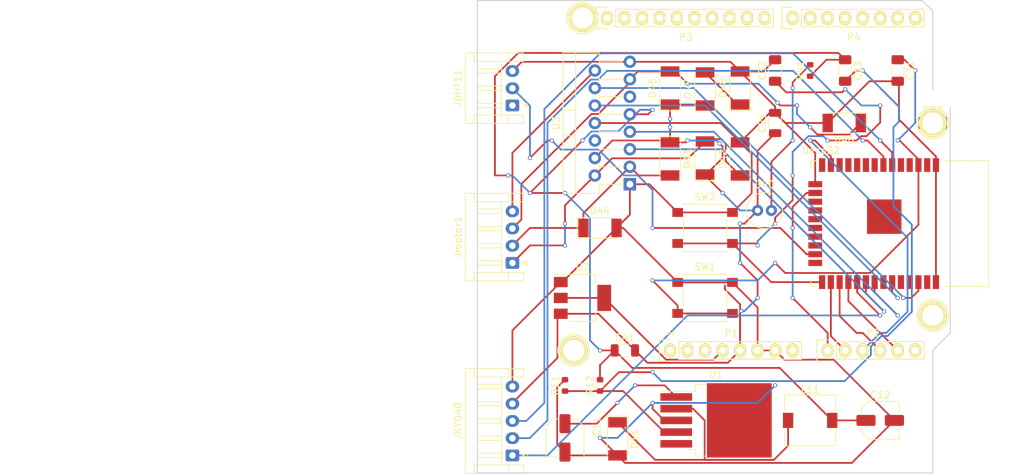
<source format=kicad_pcb>
(kicad_pcb (version 20211014) (generator pcbnew)
  (title_block (date "lun. 30 mars 2015"))
  (layers (0 "F.Cu" signal) (31 "B.Cu" signal) (34 "B.Paste" user) (35 "F.Paste" user) (36 "B.SilkS" user "B.Silkscreen") (37 "F.SilkS" user "F.Silkscreen") (38 "B.Mask" user) (39 "F.Mask" user) (44 "Edge.Cuts" user))
  (net 0 "")
  (net 1 "/IOREF")
  (net 2 "/Reset")
  (net 3 "24V")
  (net 4 "GND")
  (net 5 "/Vin")
  (net 6 "/AREF")
  (net 7 "/A5(SCL)")
  (net 8 "/9(**)")
  (net 9 "/8")
  (net 10 "/7")
  (net 11 "/6(**)")
  (net 12 "/5(**)")
  (net 13 "/4")
  (net 14 "/3(**)")
  (net 15 "/2")
  (net 16 "/1(Tx)")
  (net 17 "/0(Rx)")
  (net 18 "12V")
  (net 19 "Net-(C13-Pad2)")
  (net 20 "5V")
  (net 21 "3.3V")
  (net 22 "/13(SCK)")
  (net 23 "EN")
  (net 24 "IO0")
  (net 25 "Net-(D11-Pad1)")
  (net 26 "/12(MISO)")
  (net 27 "Net-(D40-Pad2)")
  (net 28 "Net-(D41-Pad2)")
  (net 29 "Net-(D43-Pad2)")
  (net 30 "Net-(D45-Pad2)")
  (net 31 "Net-(D47-Pad2)")
  (net 32 "VDD")
  (net 33 "DHT11conn")
  (net 34 "rst")
  (net 35 "cs")
  (net 36 "sck")
  (net 37 "mosi")
  (net 38 "dc")
  (net 39 "CLK")
  (net 40 "DT")
  (net 41 "SW")
  (net 43 "/11(**{slash}MOSI)")
  (net 44 "/10(**{slash}SS)")
  (net 50 "in1")
  (net 52 "in2")
  (net 53 "in3")
  (net 55 "in4")
  (net 56 "SENSOR_VP")
  (net 57 "SENSOR_VN")
  (net 58 "LCD_D0")
  (net 59 "LCD_D7")
  (net 60 "LCD_D5")
  (net 61 "LCD_D6")
  (net 62 "LCD_D2")
  (net 63 "LCD_D3")
  (net 66 "SCS")
  (net 67 "SCK")
  (net 68 "SD0")
  (net 69 "SD1")
  (net 70 "LCD_D1")
  (net 74 "LCD_D4")
  (footprint "Socket_Arduino_Uno:Socket_Strip_Arduino_1x08" (layer "F.Cu") (at 138.938 123.825)
    (fp_text reference "P1")
    (fp_text value "Power")
  )
  (footprint "Socket_Arduino_Uno:Socket_Strip_Arduino_1x06" (layer "F.Cu") (at 161.798 123.825)
    (fp_text reference "P2")
    (fp_text value "Analog")
  )
  (footprint "Socket_Arduino_Uno:Socket_Strip_Arduino_1x10" (layer "F.Cu") (at 129.794 75.565)
    (fp_text reference "P3")
    (fp_text value "Digital")
  )
  (footprint "Socket_Arduino_Uno:Socket_Strip_Arduino_1x08" (layer "F.Cu") (at 156.718 75.565)
    (fp_text reference "P4")
    (fp_text value "Digital")
  )
  (footprint "Socket_Arduino_Uno:Arduino_1pin" (layer "F.Cu") (at 124.968 123.825)
    (fp_text reference "P5" hide)
    (fp_text value "CONN_01X01" hide)
  )
  (footprint "Socket_Arduino_Uno:Arduino_1pin" (layer "F.Cu") (at 177.038 118.745)
    (fp_text reference "P6" hide)
    (fp_text value "CONN_01X01" hide)
  )
  (footprint "Socket_Arduino_Uno:Arduino_1pin" (layer "F.Cu") (at 126.238 75.565)
    (fp_text reference "P7" hide)
    (fp_text value "CONN_01X01" hide)
  )
  (footprint "Socket_Arduino_Uno:Arduino_1pin" (layer "F.Cu") (at 177.038 90.805)
    (fp_text reference "P8" hide)
    (fp_text value "CONN_01X01" hide)
  )
  (footprint "Connector_JST:JST_EH_S5B-EH_1x05_P2.50mm_Horizontal" (layer "F.Cu") (at 116.078 139.065 90)
    (fp_text reference "JKY040")
    (fp_text value "Conn_01x05")
  )
  (footprint "Package_TO_SOT_SMD:TO-263-5_TabPin3" (layer "F.Cu") (at 145.608 133.985)
    (fp_text reference "U1")
    (fp_text value "LM2596S-5")
  )
  (footprint "Resistor_SMD:R_0603_1608Metric" (layer "F.Cu") (at 159.258 83.185 90)
    (fp_text reference "R41")
    (fp_text value "10k")
  )
  (footprint "Capacitor_SMD:C_Elec_5x5.8" (layer "F.Cu") (at 123.698 136.525 -90)
    (fp_text reference "C11")
    (fp_text value "500uf")
  )
  (footprint "Resistor_SMD:R_0603_1608Metric" (layer "F.Cu") (at 128.778 128.905 90)
    (fp_text reference "R12")
    (fp_text value "1000")
  )
  (footprint "Connector_JST:JST_EH_S3B-EH_1x03_P2.50mm_Horizontal" (layer "F.Cu") (at 116.078 88.265 90)
    (fp_text reference "JDHT11")
    (fp_text value "Conn_01x03")
  )
  (footprint "Diode_SMD:D_MELF" (layer "F.Cu") (at 144.018 95.885 90)
    (fp_text reference "D41")
    (fp_text value "D")
  )
  (footprint "Diode_SMD:D_MELF" (layer "F.Cu") (at 144.018 85.865 90)
    (fp_text reference "D47")
    (fp_text value "D")
  )
  (footprint "Resistor_SMD:R_0603_1608Metric" (layer "F.Cu") (at 123.698 128.905 90)
    (fp_text reference "R11")
    (fp_text value "100")
  )
  (footprint "Capacitor_SMD:C_1206_3216Metric_Pad1.33x1.80mm_HandSolder" (layer "F.Cu") (at 171.958 83.185 -90)
    (fp_text reference "C31")
    (fp_text value "0.1uf")
  )
  (footprint "Package_TO_SOT_THT:TO-220-15_P2.54x2.54mm_StaggerOdd_Lead4.58mm_Vertical" (layer "F.Cu") (at 133.113 99.7 90)
    (fp_text reference "U3")
    (fp_text value "L298N")
  )
  (footprint "Capacitor_SMD:C_1206_3216Metric" (layer "F.Cu") (at 132.383 123.825)
    (fp_text reference "C41")
    (fp_text value "220uf")
  )
  (footprint "Capacitor_SMD:C_1206_3216Metric_Pad1.33x1.80mm_HandSolder" (layer "F.Cu") (at 164.338 83.185 -90)
    (fp_text reference "C13")
    (fp_text value "6nf")
  )
  (footprint "Capacitor_SMD:C_Elec_5x5.8" (layer "F.Cu") (at 169.418 133.985)
    (fp_text reference "C12")
    (fp_text value "500uf")
  )
  (footprint "Capacitor_SMD:C_1206_3216Metric" (layer "F.Cu") (at 154.178 90.805 90)
    (fp_text reference "C21")
    (fp_text value "22pf")
  )
  (footprint "RF_Module:ESP32-WROOM-32" (layer "F.Cu") (at 169.248 105.41 -90)
    (fp_text reference "Uesp32")
    (fp_text value "ESP32-WROOM-32")
  )
  (footprint "Diode_SMD:D_MELF" (layer "F.Cu") (at 164.198 90.805 180)
    (fp_text reference "D46")
    (fp_text value "D")
  )
  (footprint "Diode_SMD:D_MELF" (layer "F.Cu") (at 128.778 106.045)
    (fp_text reference "D44")
    (fp_text value "D")
  )
  (footprint "Diode_SMD:D_MELF" (layer "F.Cu") (at 149.098 85.725 90)
    (fp_text reference "D48")
    (fp_text value "D")
  )
  (footprint "Diode_SMD:D_MELF" (layer "F.Cu") (at 138.938 85.725 90)
    (fp_text reference "D45")
    (fp_text value "D")
  )
  (footprint "Capacitor_SMD:C_1206_3216Metric_Pad1.33x1.80mm_HandSolder" (layer "F.Cu") (at 154.178 83.185 90)
    (fp_text reference "C32")
    (fp_text value "0.1uf")
  )
  (footprint "Button_Switch_SMD:SW_SPST_B3S-1000" (layer "F.Cu") (at 144.018 106.045)
    (fp_text reference "SW2")
    (fp_text value "SW_Push")
  )
  (footprint "Diode_SMD:D_MELF" (layer "F.Cu") (at 138.938 96.025 -90)
    (fp_text reference "D43")
    (fp_text value "D")
  )
  (footprint "Connector_JST:JST_EH_S4B-EH_1x04_P2.50mm_Horizontal" (layer "F.Cu") (at 116.078 111.125 90)
    (fp_text reference "Jmotor1")
    (fp_text value "Conn_01x04")
  )
  (footprint "Inductor_SMD:L_7.3x7.3_H4.5" (layer "F.Cu") (at 159.258 133.985)
    (fp_text reference "L11")
    (fp_text value "L")
  )
  (footprint "Diode_SMD:D_MELF" (layer "F.Cu") (at 149.098 96.025 90)
    (fp_text reference "D42")
    (fp_text value "D")
  )
  (footprint "Package_TO_SOT_SMD:SOT-223-3_TabPin2" (layer "F.Cu") (at 126.238 116.205)
    (fp_text reference "U2")
    (fp_text value "AMS1117-3.3")
  )
  (footprint "Button_Switch_SMD:SW_SPST_B3S-1000" (layer "F.Cu") (at 144.018 116.205)
    (fp_text reference "SW1")
    (fp_text value "SW_Push")
  )
  (footprint "Diode_SMD:D_MELF" (layer "F.Cu") (at 131.318 136.665 -90)
    (fp_text reference "D11")
    (fp_text value "D")
  )
  (footprint "Capacitor_SMD:C_1206_3216Metric" (layer "F.Cu") (at 177.038 90.805)
    (fp_text reference "C22")
    (fp_text value "22pf")
  )
  (footprint "Capacitor_THT:C_Radial_D5.0mm_H11.0mm_P2.00mm" (layer "F.Cu") (at 151.638 103.505)
    (fp_text reference "D40")
    (fp_text value "D_SiPM")
  )
  (gr_line (start 171.958 88.509) (end 169.418 85.969) (layer "Edge.Cuts") (width 0.15))
  (gr_line (start 177.038 141.605) (end 177.038 123.825) (layer "Edge.Cuts") (width 0.15))
  (gr_line (start 177.038 74.549) (end 175.514 73.025) (layer "Edge.Cuts") (width 0.15))
  (gr_line (start 177.038 123.825) (end 179.578 121.285) (layer "Edge.Cuts") (width 0.15))
  (gr_line (start 110.998 73.025) (end 110.998 141.605) (layer "Edge.Cuts") (width 0.15))
  (gr_line (start 179.578 121.285) (end 179.578 88.519) (layer "Edge.Cuts") (width 0.15))
  (gr_line (start 110.998 141.605) (end 177.038 141.605) (layer "Edge.Cuts") (width 0.15))
  (gr_line (start 175.514 73.025) (end 110.998 73.025) (layer "Edge.Cuts") (width 0.15))
  (gr_line (start 177.038 85.979) (end 177.038 74.549) (layer "Edge.Cuts") (width 0.15))
  (gr_text "1" (at 138.938 121.285 90) (layer "F.SilkS") (effects (font (size 1 1))))
  (segment (start 139.833 130.585) (end 138.153 128.905) (width 0.25) (layer "F.Cu") (net 3))
  (segment (start 131.318 131.445) (end 128.3005 134.4625) (width 0.25) (layer "F.Cu") (net 3))
  (segment (start 136.398 128.905) (end 133.858 128.905) (width 0.25) (layer "F.Cu") (net 3))
  (segment (start 128.3005 134.4625) (end 123.698 134.4625) (width 0.25) (layer "F.Cu") (net 3))
  (segment (start 138.153 128.905) (end 136.398 128.905) (width 0.25) (layer "F.Cu") (net 3))
  (via (at 131.318 131.445) (size 0.6) (drill 0.4) (layers "F.Cu" "B.Cu") (net 3))
  (via (at 133.858 128.905) (size 0.6) (drill 0.4) (layers "F.Cu" "B.Cu") (net 3))
  (segment (start 133.858 128.905) (end 131.318 131.445) (width 0.25) (layer "B.Cu") (net 3))
  (segment (start 155.51852 125.16552) (end 154.178 123.825) (width 0.25) (layer "F.Cu") (net 4))
  (segment (start 123.698 128.08) (end 122.57348 129.20452) (width 0.25) (layer "F.Cu") (net 4))
  (segment (start 123.698 138.5875) (end 124.1755 139.065) (width 0.25) (layer "F.Cu") (net 4))
  (segment (start 116.078 120.915) (end 123.088 113.905) (width 0.25) (layer "F.Cu") (net 4))
  (segment (start 171.958 84.7475) (end 167.8555 84.7475) (width 0.25) (layer "F.Cu") (net 4))
  (segment (start 132.412031 140.159031) (end 165.306469 140.159031) (width 0.25) (layer "F.Cu") (net 4))
  (segment (start 154.178 128.905) (end 149.098 133.985) (width 0.25) (layer "F.Cu") (net 4))
  (segment (start 177.503 96.91) (end 177.503 95.66) (width 0.25) (layer "F.Cu") (net 4))
  (segment (start 149.098 93.625) (end 153.393 89.33) (width 0.25) (layer "F.Cu") (net 4))
  (segment (start 132.133 106.045) (end 131.178 106.045) (width 0.25) (layer "F.Cu") (net 4))
  (segment (start 149.098 133.985) (end 148.983 133.985) (width 0.25) (layer "F.Cu") (net 4))
  (segment (start 131.318 139.065) (end 132.412031 140.159031) (width 0.25) (layer "F.Cu") (net 4))
  (segment (start 150.772511 101.015489) (end 150.772511 95.299511) (width 0.25) (layer "F.Cu") (net 4))
  (segment (start 151.638 123.825) (end 154.178 123.825) (width 0.25) (layer "F.Cu") (net 4))
  (segment (start 162.66102 125.16552) (end 155.51852 125.16552) (width 0.25) (layer "F.Cu") (net 4))
  (segment (start 123.088 113.905) (end 123.318 113.905) (width 0.25) (layer "F.Cu") (net 4))
  (segment (start 133.113 99.7) (end 135.948 99.7) (width 0.25) (layer "F.Cu") (net 4))
  (segment (start 123.318 113.905) (end 131.178 106.045) (width 0.25) (layer "F.Cu") (net 4))
  (segment (start 122.57348 129.20452) (end 122.57348 137.46298) (width 0.25) (layer "F.Cu") (net 4))
  (segment (start 151.638 123.825) (end 151.638 117.6) (width 0.25) (layer "F.Cu") (net 4))
  (segment (start 147.993 103.795) (end 150.772511 101.015489) (width 0.25) (layer "F.Cu") (net 4))
  (segment (start 152.4755 83.325) (end 154.178 81.6225) (width 0.25) (layer "F.Cu") (net 4))
  (segment (start 150.772511 95.299511) (end 149.098 93.625) (width 0.25) (layer "F.Cu") (net 4))
  (segment (start 138.083 133.985) (end 136.398 132.3) (width 0.25) (layer "F.Cu") (net 4))
  (segment (start 147.693 81.92) (end 149.098 83.325) (width 0.25) (layer "F.Cu") (net 4))
  (segment (start 136.398 132.3) (end 136.398 131.445) (width 0.25) (layer "F.Cu") (net 4))
  (segment (start 167.8555 84.7475) (end 161.798 90.805) (width 0.25) (layer "F.Cu") (net 4))
  (segment (start 116.078 83.265) (end 117.423 81.92) (width 0.25) (layer "F.Cu") (net 4))
  (segment (start 149.098 83.325) (end 152.4755 83.325) (width 0.25) (layer "F.Cu") (net 4))
  (segment (start 159.993 95.145) (end 154.178 89.33) (width 0.25) (layer "F.Cu") (net 4))
  (segment (start 140.043 103.795) (end 147.993 103.795) (width 0.25) (layer "F.Cu") (net 4))
  (segment (start 122.57348 137.46298) (end 123.698 138.5875) (width 0.25) (layer "F.Cu") (net 4))
  (segment (start 171.4805 133.985) (end 162.66102 125.16552) (width 0.25) (layer "F.Cu") (net 4))
  (segment (start 146.283 90.81) (end 149.098 93.625) (width 0.25) (layer "F.Cu") (net 4))
  (segment (start 139.833 133.985) (end 138.083 133.985) (width 0.25) (layer "F.Cu") (net 4))
  (segment (start 133.113 81.92) (end 147.693 81.92) (width 0.25) (layer "F.Cu") (net 4))
  (segment (start 128.778 136.525) (end 131.318 139.065) (width 0.25) (layer "F.Cu") (net 4))
  (segment (start 151.638 117.6) (end 147.993 113.955) (width 0.25) (layer "F.Cu") (net 4))
  (segment (start 133.113 104.11) (end 131.178 106.045) (width 0.25) (layer "F.Cu") (net 4))
  (segment (start 172.132519 84.922019) (end 171.958 84.7475) (width 0.25) (layer "F.Cu") (net 4))
  (segment (start 116.078 129.065) (end 116.078 120.915) (width 0.25) (layer "F.Cu") (net 4))
  (segment (start 154.178 89.33) (end 154.178 88.405) (width 0.25) (layer "F.Cu") (net 4))
  (segment (start 165.306469 140.159031) (end 171.4805 133.985) (width 0.25) (layer "F.Cu") (net 4))
  (segment (start 153.393 89.33) (end 154.178 89.33) (width 0.25) (layer "F.Cu") (net 4))
  (segment (start 140.043 113.955) (end 132.133 106.045) (width 0.25) (layer "F.Cu") (net 4))
  (segment (start 133.113 99.7) (end 133.113 104.11) (width 0.25) (layer "F.Cu") (net 4))
  (segment (start 172.132519 90.289519) (end 172.132519 84.922019) (width 0.25) (layer "F.Cu") (net 4))
  (segment (start 135.948 99.7) (end 140.043 103.795) (width 0.25) (layer "F.Cu") (net 4))
  (segment (start 177.503 95.66) (end 172.132519 90.289519) (width 0.25) (layer "F.Cu") (net 4))
  (segment (start 154.178 88.405) (end 149.098 83.325) (width 0.25) (layer "F.Cu") (net 4))
  (segment (start 177.503 113.91) (end 177.503 96.91) (width 0.25) (layer "F.Cu") (net 4))
  (segment (start 128.033 90.81) (end 146.283 90.81) (width 0.25) (layer "F.Cu") (net 4))
  (segment (start 124.1755 139.065) (end 131.318 139.065) (width 0.25) (layer "F.Cu") (net 4))
  (segment (start 117.423 81.92) (end 133.113 81.92) (width 0.25) (layer "F.Cu") (net 4))
  (segment (start 140.043 113.955) (end 147.993 113.955) (width 0.25) (layer "F.Cu") (net 4))
  (segment (start 155.653 90.805) (end 154.178 89.33) (width 0.25) (layer "F.Cu") (net 4))
  (segment (start 159.993 99.695) (end 159.993 95.145) (width 0.25) (layer "F.Cu") (net 4))
  (segment (start 161.798 90.805) (end 155.653 90.805) (width 0.25) (layer "F.Cu") (net 4))
  (via (at 128.778 136.525) (size 0.6) (drill 0.4) (layers "F.Cu" "B.Cu") (net 4))
  (via (at 136.398 131.445) (size 0.6) (drill 0.4) (layers "F.Cu" "B.Cu") (net 4))
  (via (at 154.178 128.905) (size 0.6) (drill 0.4) (layers "F.Cu" "B.Cu") (net 4))
  (segment (start 136.398 131.445) (end 151.638 131.445) (width 0.25) (layer "B.Cu") (net 4))
  (segment (start 151.638 131.445) (end 154.178 128.905) (width 0.25) (layer "B.Cu") (net 4))
  (segment (start 136.398 131.445) (end 131.318 136.525) (width 0.25) (layer "B.Cu") (net 4))
  (segment (start 131.318 136.525) (end 128.778 136.525) (width 0.25) (layer "B.Cu") (net 4))
  (segment (start 136.398 88.8945) (end 135.7525 89.54) (width 0.25) (layer "F.Cu") (net 18))
  (segment (start 113.538 98.425) (end 115.4535 98.425) (width 0.25) (layer "F.Cu") (net 18))
  (segment (start 167.3555 133.985) (end 162.458 133.985) (width 0.25) (layer "F.Cu") (net 18))
  (segment (start 128.778 125.955) (end 130.908 123.825) (width 0.25) (layer "F.Cu") (net 18))
  (segment (start 161.6455 81.6225) (end 159.258 84.01) (width 0.25) (layer "F.Cu") (net 18))
  (segment (start 163.35098 80.63548) (end 116.921498 80.63548) (width 0.25) (layer "F.Cu") (net 18))
  (segment (start 130.908 123.825) (end 133.448 126.365) (width 0.25) (layer "F.Cu") (net 18))
  (segment (start 118.618 100.965) (end 126.238 93.345) (width 0.25) (layer "F.Cu") (net 18))
  (segment (start 116.921498 80.63548) (end 113.538 84.018978) (width 0.25) (layer "F.Cu") (net 18))
  (segment (start 113.538 84.018978) (end 113.538 98.425) (width 0.25) (layer "F.Cu") (net 18))
  (segment (start 118.618 100.965) (end 123.698 100.965) (width 0.25) (layer "F.Cu") (net 18))
  (segment (start 128.778 128.08) (end 128.778 125.955) (width 0.25) (layer "F.Cu") (net 18))
  (segment (start 133.448 126.365) (end 154.838 126.365) (width 0.25) (layer "F.Cu") (net 18))
  (segment (start 164.338 81.6225) (end 161.6455 81.6225) (width 0.25) (layer "F.Cu") (net 18))
  (segment (start 164.338 81.6225) (end 163.35098 80.63548) (width 0.25) (layer "F.Cu") (net 18))
  (segment (start 154.838 126.365) (end 162.458 133.985) (width 0.25) (layer "F.Cu") (net 18))
  (segment (start 135.7525 89.54) (end 133.113 89.54) (width 0.25) (layer "F.Cu") (net 18))
  (segment (start 128.778 123.825) (end 130.908 123.825) (width 0.25) (layer "F.Cu") (net 18))
  (via (at 126.238 93.345) (size 0.6) (drill 0.4) (layers "F.Cu" "B.Cu") (net 18))
  (via (at 128.778 123.825) (size 0.6) (drill 0.4) (layers "F.Cu" "B.Cu") (net 18))
  (via (at 115.4535 98.425) (size 0.6) (drill 0.4) (layers "F.Cu" "B.Cu") (net 18))
  (via (at 118.618 100.965) (size 0.6) (drill 0.4) (layers "F.Cu" "B.Cu") (net 18))
  (via (at 136.398 88.8945) (size 0.6) (drill 0.4) (layers "F.Cu" "B.Cu") (net 18))
  (via (at 123.698 100.965) (size 0.6) (drill 0.4) (layers "F.Cu" "B.Cu") (net 18))
  (segment (start 127.548489 92.034511) (end 131.426768 92.034511) (width 0.25) (layer "B.Cu") (net 18))
  (segment (start 116.078 98.425) (end 118.618 100.965) (width 0.25) (layer "B.Cu") (net 18))
  (segment (start 134.566779 88.8945) (end 136.398 88.8945) (width 0.25) (layer "B.Cu") (net 18))
  (segment (start 127.324511 122.371511) (end 128.778 123.825) (width 0.25) (layer "B.Cu") (net 18))
  (segment (start 123.698 100.965) (end 127.324511 104.591511) (width 0.25) (layer "B.Cu") (net 18))
  (segment (start 126.238 93.345) (end 127.548489 92.034511) (width 0.25) (layer "B.Cu") (net 18))
  (segment (start 127.324511 104.591511) (end 127.324511 122.371511) (width 0.25) (layer "B.Cu") (net 18))
  (segment (start 115.4535 98.425) (end 116.078 98.425) (width 0.25) (layer "B.Cu") (net 18))
  (segment (start 131.426768 92.034511) (end 134.566779 88.8945) (width 0.25) (layer "B.Cu") (net 18))
  (segment (start 139.833 135.685) (end 138.083 135.685) (width 0.25) (layer "F.Cu") (net 19))
  (segment (start 128.778 129.73) (end 123.698 129.73) (width 0.25) (layer "F.Cu") (net 19))
  (segment (start 131.5185 126.9895) (end 128.778 129.73) (width 0.25) (layer "F.Cu") (net 19))
  (segment (start 138.083 135.685) (end 132.128 129.73) (width 0.25) (layer "F.Cu") (net 19))
  (segment (start 136.398198 126.9895) (end 131.5185 126.9895) (width 0.25) (layer "F.Cu") (net 19))
  (segment (start 132.128 129.73) (end 128.778 129.73) (width 0.25) (layer "F.Cu") (net 19))
  (segment (start 165.9005 83.185) (end 166.878 83.185) (width 0.25) (layer "F.Cu") (net 19))
  (segment (start 164.338 84.7475) (end 165.9005 83.185) (width 0.25) (layer "F.Cu") (net 19))
  (via (at 136.398198 126.9895) (size 0.6) (drill 0.4) (layers "F.Cu" "B.Cu") (net 19))
  (via (at 166.878 83.185) (size 0.6) (drill 0.4) (layers "F.Cu" "B.Cu") (net 19))
  (segment (start 137.689187 128.280489) (end 136.398198 126.9895) (width 0.25) (layer "B.Cu") (net 19))
  (segment (start 166.880808 83.185) (end 172.132519 88.436711) (width 0.25) (layer "B.Cu") (net 19))
  (segment (start 168.06612 124.469535) (end 164.255166 128.280489) (width 0.25) (layer "B.Cu") (net 19))
  (segment (start 174.005865 105.552865) (end 174.005865 118.216045) (width 0.25) (layer "B.Cu") (net 19))
  (segment (start 170.48739 121.73452) (end 169.604198 121.73452) (width 0.25) (layer "B.Cu") (net 19))
  (segment (start 164.255166 128.280489) (end 137.689187 128.280489) (width 0.25) (layer "B.Cu") (net 19))
  (segment (start 172.132519 88.436711) (end 172.132519 90.630481) (width 0.25) (layer "B.Cu") (net 19))
  (segment (start 171.333489 91.429511) (end 171.333489 102.880489) (width 0.25) (layer "B.Cu") (net 19))
  (segment (start 168.06612 123.272598) (end 168.06612 124.469535) (width 0.25) (layer "B.Cu") (net 19))
  (segment (start 174.005865 118.216045) (end 170.48739 121.73452) (width 0.25) (layer "B.Cu") (net 19))
  (segment (start 169.604198 121.73452) (end 168.06612 123.272598) (width 0.25) (layer "B.Cu") (net 19))
  (segment (start 172.132519 90.630481) (end 171.333489 91.429511) (width 0.25) (layer "B.Cu") (net 19))
  (segment (start 171.333489 102.880489) (end 174.005865 105.552865) (width 0.25) (layer "B.Cu") (net 19))
  (segment (start 166.878 83.185) (end 166.880808 83.185) (width 0.25) (layer "B.Cu") (net 19))
  (segment (start 122.611489 118.981511) (end 122.611489 124.911511) (width 0.25) (layer "F.Cu") (net 20))
  (segment (start 128.538 118.505) (end 123.088 118.505) (width 0.25) (layer "F.Cu") (net 20))
  (segment (start 149.098 111.125) (end 151.638 113.665) (width 0.25) (layer "F.Cu") (net 20))
  (segment (start 144.158 98.285) (end 144.018 98.285) (width 0.25) (layer "F.Cu") (net 20))
  (segment (start 146.116411 93.786589) (end 146.558 94.228178) (width 0.25) (layer "F.Cu") (net 20))
  (segment (start 141.198 93.625) (end 141.478 93.345) (width 0.25) (layer "F.Cu") (net 20))
  (segment (start 133.858 123.825) (end 128.538 118.505) (width 0.25) (layer "F.Cu") (net 20))
  (segment (start 146.558 100.965) (end 144.018 98.425) (width 0.25) (layer "F.Cu") (net 20))
  (segment (start 149.098 123.825) (end 149.098 117.134022) (width 0.25) (layer "F.Cu") (net 20))
  (segment (start 130.578 93.345) (end 138.658 93.345) (width 0.25) (layer "F.Cu") (net 20))
  (segment (start 122.611489 124.911511) (end 116.078 131.445) (width 0.25) (layer "F.Cu") (net 20))
  (segment (start 138.658 93.345) (end 138.938 93.625) (width 0.25) (layer "F.Cu") (net 20))
  (segment (start 143.878 88.125) (end 144.018 88.265) (width 0.25) (layer "F.Cu") (net 20))
  (segment (start 146.893489 114.929511) (end 146.893489 114.40452) (width 0.25) (layer "F.Cu") (net 20))
  (segment (start 147.30796 125.61504) (end 149.098 123.825) (width 0.25) (layer "F.Cu") (net 20))
  (segment (start 123.088 118.505) (end 122.611489 118.981511) (width 0.25) (layer "F.Cu") (net 20))
  (segment (start 149.098 118.290002) (end 149.098 123.825) (width 0.25) (layer "F.Cu") (net 20))
  (segment (start 128.033 95.89) (end 130.578 93.345) (width 0.25) (layer "F.Cu") (net 20))
  (segment (start 144.018 98.425) (end 144.018 98.285) (width 0.25) (layer "F.Cu") (net 20))
  (segment (start 135.64804 125.61504) (end 147.30796 125.61504) (width 0.25) (layer "F.Cu") (net 20))
  (segment (start 133.858 123.825) (end 135.64804 125.61504) (width 0.25) (layer "F.Cu") (net 20))
  (segment (start 146.558 94.228178) (end 146.558 95.885) (width 0.25) (layer "F.Cu") (net 20))
  (segment (start 149.7225 105.4205) (end 149.098 105.4205) (width 0.25) (layer "F.Cu") (net 20))
  (segment (start 138.938 93.625) (end 141.198 93.625) (width 0.25) (layer "F.Cu") (net 20))
  (segment (start 151.638 94.82) (end 151.638 103.505) (width 0.25) (layer "F.Cu") (net 20))
  (segment (start 146.558 95.885) (end 144.158 98.285) (width 0.25) (layer "F.Cu") (net 20))
  (segment (start 138.938 88.125) (end 143.878 88.125) (width 0.25) (layer "F.Cu") (net 20))
  (segment (start 154.178 92.28) (end 151.638 94.82) (width 0.25) (layer "F.Cu") (net 20))
  (segment (start 138.938 90.1855) (end 138.938 88.125) (width 0.25) (layer "F.Cu") (net 20))
  (segment (start 149.098 117.134022) (end 146.893489 114.929511) (width 0.25) (layer "F.Cu") (net 20))
  (segment (start 151.638 113.665) (end 151.638 116.205) (width 0.25) (layer "F.Cu") (net 20))
  (segment (start 138.938 93.625) (end 138.938 91.4345) (width 0.25) (layer "F.Cu") (net 20))
  (segment (start 149.267502 118.1205) (end 149.098 118.290002) (width 0.25) (layer "F.Cu") (net 20))
  (segment (start 151.638 103.505) (end 149.7225 105.4205) (width 0.25) (layer "F.Cu") (net 20))
  (via (at 149.098 111.125) (size 0.6) (drill 0.4) (layers "F.Cu" "B.Cu") (net 20))
  (via (at 146.558 100.965) (size 0.6) (drill 0.4) (layers "F.Cu" "B.Cu") (net 20))
  (via (at 151.638 116.205) (size 0.6) (drill 0.4) (layers "F.Cu" "B.Cu") (net 20))
  (via (at 149.267502 118.1205) (size 0.6) (drill 0.4) (layers "F.Cu" "B.Cu") (net 20))
  (via (at 138.938 90.1855) (size 0.6) (drill 0.4) (layers "F.Cu" "B.Cu") (net 20))
  (via (at 146.116411 93.786589) (size 0.6) (drill 0.4) (layers "F.Cu" "B.Cu") (net 20))
  (via (at 149.098 105.4205) (size 0.6) (drill 0.4) (layers "F.Cu" "B.Cu") (net 20))
  (via (at 138.938 91.4345) (size 0.6) (drill 0.4) (layers "F.Cu" "B.Cu") (net 20))
  (via (at 141.478 93.345) (size 0.6) (drill 0.4) (layers "F.Cu" "B.Cu") (net 20))
  (segment (start 149.7225 118.1205) (end 149.267502 118.1205) (width 0.25) (layer "B.Cu") (net 20))
  (segment (start 151.638 103.505) (end 149.098 103.505) (width 0.25) (layer "B.Cu") (net 20))
  (segment (start 149.098 105.4205) (end 149.098 111.125) (width 0.25) (layer "B.Cu") (net 20))
  (segment (start 145.674822 93.345) (end 146.116411 93.786589) (width 0.25) (layer "B.Cu") (net 20))
  (segment (start 151.638 116.205) (end 149.7225 118.1205) (width 0.25) (layer "B.Cu") (net 20))
  (segment (start 141.478 93.345) (end 145.674822 93.345) (width 0.25) (layer "B.Cu") (net 20))
  (segment (start 149.098 103.505) (end 146.558 100.965) (width 0.25) (layer "B.Cu") (net 20))
  (segment (start 138.938 91.4345) (end 138.938 90.1855) (width 0.25) (layer "B.Cu") (net 20))
  (segment (start 138.34852 125.16552) (end 145.21748 125.16552) (width 0.25) (layer "F.Cu") (net 21))
  (segment (start 145.21748 125.16552) (end 146.558 123.825) (width 0.25) (layer "F.Cu") (net 21))
  (segment (start 129.388 116.205) (end 138.34852 125.16552) (width 0.25) (layer "F.Cu") (net 21))
  (segment (start 123.088 116.205) (end 129.388 116.205) (width 0.25) (layer "F.Cu") (net 21))
  (segment (start 140.043 117.31) (end 136.398 113.665) (width 0.25) (layer "F.Cu") (net 23))
  (segment (start 155.638489 112.585489) (end 167.957511 112.585489) (width 0.25) (layer "F.Cu") (net 23))
  (segment (start 140.043 118.455) (end 140.043 117.31) (width 0.25) (layer "F.Cu") (net 23))
  (segment (start 171.958 81.6225) (end 172.9355 81.6225) (width 0.25) (layer "F.Cu") (net 23))
  (segment (start 174.963 96.080978) (end 174.963 96.91) (width 0.25) (layer "F.Cu") (net 23))
  (segment (start 174.963 105.58) (end 174.963 96.91) (width 0.25) (layer "F.Cu") (net 23))
  (segment (start 167.957511 112.585489) (end 174.963 105.58) (width 0.25) (layer "F.Cu") (net 23))
  (segment (start 147.993 118.455) (end 140.043 118.455) (width 0.25) (layer "F.Cu") (net 23))
  (segment (start 154.178 111.125) (end 155.638489 112.585489) (width 0.25) (layer "F.Cu") (net 23))
  (segment (start 172.227022 93.345) (end 174.963 96.080978) (width 0.25) (layer "F.Cu") (net 23))
  (segment (start 171.958 93.345) (end 172.227022 93.345) (width 0.25) (layer "F.Cu") (net 23))
  (segment (start 172.9355 81.6225) (end 174.498 83.185) (width 0.25) (layer "F.Cu") (net 23))
  (via (at 154.178 111.125) (size 0.6) (drill 0.4) (layers "F.Cu" "B.Cu") (net 23))
  (via (at 171.958 93.345) (size 0.6) (drill 0.4) (layers "F.Cu" "B.Cu") (net 23))
  (via (at 174.498 83.185) (size 0.6) (drill 0.4) (layers "F.Cu" "B.Cu") (net 23))
  (via (at 136.398 113.665) (size 0.6) (drill 0.4) (layers "F.Cu" "B.Cu") (net 23))
  (segment (start 174.498 90.805) (end 171.958 93.345) (width 0.25) (layer "B.Cu") (net 23))
  (segment (start 174.498 83.185) (end 174.498 90.805) (width 0.25) (layer "B.Cu") (net 23))
  (segment (start 136.398 113.665) (end 151.638 113.665) (width 0.25) (layer "B.Cu") (net 23))
  (segment (start 151.638 113.665) (end 154.178 111.125) (width 0.25) (layer "B.Cu") (net 23))
  (segment (start 169.418 88.265) (end 169.418 90.734022) (width 0.25) (layer "F.Cu") (net 24))
  (segment (start 155.780011 86.349511) (end 163.897989 86.349511) (width 0.25) (layer "F.Cu") (net 24))
  (segment (start 166.619318 92.720489) (end 165.994807 93.345) (width 0.25) (layer "F.Cu") (net 24))
  (segment (start 156.718 98.425) (end 156.718 102.0153) (width 0.25) (layer "F.Cu") (net 24))
  (segment (start 151.638 108.585) (end 151.348 108.295) (width 0.25) (layer "F.Cu") (net 24))
  (segment (start 151.348 108.295) (end 147.993 108.295) (width 0.25) (layer "F.Cu") (net 24))
  (segment (start 169.418 90.734022) (end 167.431533 92.720489) (width 0.25) (layer "F.Cu") (net 24))
  (segment (start 165.994807 93.345) (end 161.798 93.345) (width 0.25) (layer "F.Cu") (net 24))
  (segment (start 147.993 108.295) (end 153.608 113.91) (width 0.25) (layer "F.Cu") (net 24))
  (segment (start 153.608 113.91) (end 160.993 113.91) (width 0.25) (layer "F.Cu") (net 24))
  (segment (start 163.897989 86.349511) (end 164.338 85.9095) (width 0.25) (layer "F.Cu") (net 24))
  (segment (start 167.431533 92.720489) (end 166.619318 92.720489) (width 0.25) (layer "F.Cu") (net 24))
  (segment (start 154.178 84.7475) (end 155.780011 86.349511) (width 0.25) (layer "F.Cu") (net 24))
  (segment (start 140.043 108.295) (end 147.993 108.295) (width 0.25) (layer "F.Cu") (net 24))
  (segment (start 154.178 104.5553) (end 154.178 105.4205) (width 0.25) (layer "F.Cu") (net 24))
  (segment (start 156.718 102.0153) (end 154.178 104.5553) (width 0.25) (layer "F.Cu") (net 24))
  (via (at 154.178 105.4205) (size 0.6) (drill 0.4) (layers "F.Cu" "B.Cu") (net 24))
  (via (at 156.718 98.425) (size 0.6) (drill 0.4) (layers "F.Cu" "B.Cu") (net 24))
  (via (at 151.638 108.585) (size 0.6) (drill 0.4) (layers "F.Cu" "B.Cu") (net 24))
  (via (at 169.418 88.265) (size 0.6) (drill 0.4) (layers "F.Cu" "B.Cu") (net 24))
  (via (at 164.338 85.9095) (size 0.6) (drill 0.4) (layers "F.Cu" "B.Cu") (net 24))
  (via (at 161.798 93.345) (size 0.6) (drill 0.4) (layers "F.Cu" "B.Cu") (net 24))
  (segment (start 164.338 85.9095) (end 166.6935 88.265) (width 0.25) (layer "B.Cu") (net 24))
  (segment (start 156.718 95.001807) (end 156.718 98.425) (width 0.25) (layer "B.Cu") (net 24))
  (segment (start 166.6935 88.265) (end 169.418 88.265) (width 0.25) (layer "B.Cu") (net 24))
  (segment (start 158.999318 92.720489) (end 156.718 95.001807) (width 0.25) (layer "B.Cu") (net 24))
  (segment (start 161.173489 92.720489) (end 158.999318 92.720489) (width 0.25) (layer "B.Cu") (net 24))
  (segment (start 161.798 93.345) (end 161.173489 92.720489) (width 0.25) (layer "B.Cu") (net 24))
  (segment (start 154.178 105.4205) (end 151.638 107.9605) (width 0.25) (layer "B.Cu") (net 24))
  (segment (start 151.638 107.9605) (end 151.638 108.585) (width 0.25) (layer "B.Cu") (net 24))
  (segment (start 142.258489 132.285) (end 139.833 132.285) (width 0.25) (layer "F.Cu") (net 25))
  (segment (start 143.958489 139.709511) (end 143.958489 133.985) (width 0.25) (layer "F.Cu") (net 25))
  (segment (start 154.007511 139.709511) (end 143.958489 139.709511) (width 0.25) (layer "F.Cu") (net 25))
  (segment (start 156.058 133.985) (end 156.058 137.659022) (width 0.25) (layer "F.Cu") (net 25))
  (segment (start 143.958489 133.985) (end 142.258489 132.285) (width 0.25) (layer "F.Cu") (net 25))
  (segment (start 136.762511 139.709511) (end 154.007511 139.709511) (width 0.25) (layer "F.Cu") (net 25))
  (segment (start 131.318 134.265) (end 136.762511 139.709511) (width 0.25) (layer "F.Cu") (net 25))
  (segment (start 156.058 137.659022) (end 154.007511 139.709511) (width 0.25) (layer "F.Cu") (net 25))
  (segment (start 153.638 96.425) (end 153.638 103.505) (width 0.25) (layer "F.Cu") (net 27))
  (segment (start 159.258 82.36) (end 156.718 84.9) (width 0.25) (layer "F.Cu") (net 27))
  (segment (start 156.718 84.9) (end 156.718 85.725) (width 0.25) (layer "F.Cu") (net 27))
  (segment (start 156.718 93.345) (end 153.638 96.425) (width 0.25) (layer "F.Cu") (net 27))
  (via (at 156.718 93.345) (size 0.6) (drill 0.4) (layers "F.Cu" "B.Cu") (net 27))
  (via (at 156.718 85.725) (size 0.6) (drill 0.4) (layers "F.Cu" "B.Cu") (net 27))
  (segment (start 156.718 85.725) (end 156.718 93.345) (width 0.25) (layer "B.Cu") (net 27))
  (segment (start 149.098 98.425) (end 147.00752 96.33452) (width 0.25) (layer "F.Cu") (net 28))
  (segment (start 123.698 103.505) (end 123.698 105.4205) (width 0.25) (layer "F.Cu") (net 28))
  (segment (start 141.567511 95.935489) (end 144.018 93.485) (width 0.25) (layer "F.Cu") (net 28))
  (segment (start 128.033 98.43) (end 123.698 102.765) (width 0.25) (layer "F.Cu") (net 28))
  (segment (start 147.00752 96.33452) (end 147.00752 93.794505) (width 0.25) (layer "F.Cu") (net 28))
  (segment (start 123.698 108.585) (end 118.618 108.585) (width 0.25) (layer "F.Cu") (net 28))
  (segment (start 128.033 98.43) (end 130.527511 95.935489) (width 0.25) (layer "F.Cu") (net 28))
  (segment (start 130.527511 95.935489) (end 141.567511 95.935489) (width 0.25) (layer "F.Cu") (net 28))
  (segment (start 146.375093 93.162078) (end 144.340922 93.162078) (width 0.25) (layer "F.Cu") (net 28))
  (segment (start 118.618 108.585) (end 116.078 111.125) (width 0.25) (layer "F.Cu") (net 28))
  (segment (start 123.698 102.765) (end 123.698 103.505) (width 0.25) (layer "F.Cu") (net 28))
  (segment (start 144.340922 93.162078) (end 144.018 93.485) (width 0.25) (layer "F.Cu") (net 28))
  (segment (start 147.00752 93.794505) (end 146.375093 93.162078) (width 0.25) (layer "F.Cu") (net 28))
  (via (at 123.698 105.4205) (size 0.6) (drill 0.4) (layers "F.Cu" "B.Cu") (net 28))
  (via (at 123.698 108.585) (size 0.6) (drill 0.4) (layers "F.Cu" "B.Cu") (net 28))
  (segment (start 123.698 105.4205) (end 123.698 108.585) (width 0.25) (layer "B.Cu") (net 28))
  (segment (start 133.113 97.16) (end 126.378 103.895) (width 0.25) (layer "F.Cu") (net 29))
  (segment (start 118.618 106.045) (end 116.078 108.585) (width 0.25) (layer "F.Cu") (net 29))
  (segment (start 133.113 97.16) (end 134.378 98.425) (width 0.25) (layer "F.Cu") (net 29))
  (segment (start 134.378 98.425) (end 138.938 98.425) (width 0.25) (layer "F.Cu") (net 29))
  (segment (start 126.378 106.045) (end 118.618 106.045) (width 0.25) (layer "F.Cu") (net 29))
  (segment (start 126.378 103.895) (end 126.378 106.045) (width 0.25) (layer "F.Cu") (net 29))
  (segment (start 166.598 90.805) (end 164.923489 92.479511) (width 0.25) (layer "F.Cu") (net 30))
  (segment (start 133.113 84.46) (end 134.248 83.325) (width 0.25) (layer "F.Cu") (net 30))
  (segment (start 128.54021 89.494511) (end 133.113 84.921721) (width 0.25) (layer "F.Cu") (net 30))
  (segment (start 127.548489 89.494511) (end 128.54021 89.494511) (width 0.25) (layer "F.Cu") (net 30))
  (segment (start 157.3425 88.265) (end 154.921177 88.265) (width 0.25) (layer "F.Cu") (net 30))
  (segment (start 160.308011 92.479511) (end 159.258 91.4295) (width 0.25) (layer "F.Cu") (net 30))
  (segment (start 141.478 85.1055) (end 139.6975 83.325) (width 0.25) (layer "F.Cu") (net 30))
  (segment (start 164.923489 92.479511) (end 160.308011 92.479511) (width 0.25) (layer "F.Cu") (net 30))
  (segment (start 133.113 84.921721) (end 133.113 84.46) (width 0.25) (layer "F.Cu") (net 30))
  (segment (start 139.6975 83.325) (end 138.938 83.325) (width 0.25) (layer "F.Cu") (net 30))
  (segment (start 117.37752 104.82548) (end 117.37752 99.66548) (width 0.25) (layer "F.Cu") (net 30))
  (segment (start 154.921177 88.265) (end 154.524615 87.868438) (width 0.25) (layer "F.Cu") (net 30))
  (segment (start 116.078 106.125) (end 117.37752 104.82548) (width 0.25) (layer "F.Cu") (net 30))
  (segment (start 134.248 83.325) (end 138.938 83.325) (width 0.25) (layer "F.Cu") (net 30))
  (segment (start 117.37752 99.66548) (end 127.548489 89.494511) (width 0.25) (layer "F.Cu") (net 30))
  (via (at 154.524615 87.868438) (size 0.6) (drill 0.4) (layers "F.Cu" "B.Cu") (net 30))
  (via (at 157.3425 88.265) (size 0.6) (drill 0.4) (layers "F.Cu" "B.Cu") (net 30))
  (via (at 141.478 85.1055) (size 0.6) (drill 0.4) (layers "F.Cu" "B.Cu") (net 30))
  (via (at 159.258 91.4295) (size 0.6) (drill 0.4) (layers "F.Cu" "B.Cu") (net 30))
  (segment (start 157.3425 89.514) (end 157.3425 88.265) (width 0.25) (layer "B.Cu") (net 30))
  (segment (start 154.524615 87.868438) (end 151.761677 85.1055) (width 0.25) (layer "B.Cu") (net 30))
  (segment (start 159.258 91.4295) (end 157.3425 89.514) (width 0.25) (layer "B.Cu") (net 30))
  (segment (start 151.761677 85.1055) (end 141.478 85.1055) (width 0.25) (layer "B.Cu") (net 30))
  (segment (start 116.078 95.145) (end 116.078 103.625) (width 0.25) (layer "F.Cu") (net 31))
  (segment (start 149.098 88.125) (end 148.678 88.125) (width 0.25) (layer "F.Cu") (net 31))
  (segment (start 148.678 88.125) (end 144.018 83.465) (width 0.25) (layer "F.Cu") (net 31))
  (segment (start 128.033 83.19) (end 116.078 95.145) (width 0.25) (layer "F.Cu") (net 31))
  (segment (start 158.743 109.855) (end 154.933 106.045) (width 0.25) (layer "F.Cu") (net 33))
  (segment (start 159.993 109.855) (end 158.743 109.855) (width 0.25) (layer "F.Cu") (net 33))
  (segment (start 121.158 93.345) (end 118.618 95.885) (width 0.25) (layer "F.Cu") (net 33))
  (segment (start 154.933 106.045) (end 136.398 106.045) (width 0.25) (layer "F.Cu") (net 33))
  (segment (start 121.7825 93.345) (end 121.158 93.345) (width 0.25) (layer "F.Cu") (net 33))
  (via (at 118.618 95.885) (size 0.6) (drill 0.4) (layers "F.Cu" "B.Cu") (net 33))
  (via (at 121.7825 93.345) (size 0.6) (drill 0.4) (layers "F.Cu" "B.Cu") (net 33))
  (via (at 136.398 106.045) (size 0.6) (drill 0.4) (layers "F.Cu" "B.Cu") (net 33))
  (segment (start 136.398 106.045) (end 136.398 100.535978) (width 0.25) (layer "B.Cu") (net 33))
  (segment (start 118.618 88.305) (end 116.078 85.765) (width 0.25) (layer "B.Cu") (net 33))
  (segment (start 118.618 95.885) (end 118.618 88.305) (width 0.25) (layer "B.Cu") (net 33))
  (segment (start 134.287022 98.425) (end 132.299721 98.425) (width 0.25) (layer "B.Cu") (net 33))
  (segment (start 128.54021 94.665489) (end 123.102989 94.665489) (width 0.25) (layer "B.Cu") (net 33))
  (segment (start 123.102989 94.665489) (end 121.7825 93.345) (width 0.25) (layer "B.Cu") (net 33))
  (segment (start 136.398 100.535978) (end 134.287022 98.425) (width 0.25) (layer "B.Cu") (net 33))
  (segment (start 132.299721 98.425) (end 128.54021 94.665489) (width 0.25) (layer "B.Cu") (net 33))
  (segment (start 164.803 113.91) (end 164.803 116.67) (width 0.25) (layer "F.Cu") (net 34))
  (segment (start 164.803 116.67) (end 171.958 123.825) (width 0.25) (layer "F.Cu") (net 34))
  (segment (start 163.533 118.823193) (end 165.994807 121.285) (width 0.25) (layer "F.Cu") (net 35))
  (segment (start 165.994807 121.285) (end 166.878 121.285) (width 0.25) (layer "F.Cu") (net 35))
  (segment (start 166.878 121.285) (end 169.418 123.825) (width 0.25) (layer "F.Cu") (net 35))
  (segment (start 163.533 113.91) (end 163.533 118.823193) (width 0.25) (layer "F.Cu") (net 35))
  (segment (start 162.263 96.91) (end 162.263 95.66) (width 0.25) (layer "F.Cu") (net 36))
  (segment (start 162.263 95.66) (end 159.948 93.345) (width 0.25) (layer "F.Cu") (net 36))
  (segment (start 159.948 93.345) (end 159.258 93.345) (width 0.25) (layer "F.Cu") (net 36))
  (via (at 159.258 93.345) (size 0.6) (drill 0.4) (layers "F.Cu" "B.Cu") (net 36))
  (segment (start 169.418 121.285) (end 166.878 123.825) (width 0.25) (layer "B.Cu") (net 36))
  (segment (start 173.382014 107.469014) (end 173.382014 118.204179) (width 0.25) (layer "B.Cu") (net 36))
  (segment (start 170.301193 121.285) (end 169.418 121.285) (width 0.25) (layer "B.Cu") (net 36))
  (segment (start 173.382014 118.204179) (end 170.301193 121.285) (width 0.25) (layer "B.Cu") (net 36))
  (segment (start 159.258 93.345) (end 173.382014 107.469014) (width 0.25) (layer "B.Cu") (net 36))
  (segment (start 159.993 100.965) (end 158.743 100.965) (width 0.25) (layer "F.Cu") (net 37))
  (segment (start 156.718 116.205) (end 161.798 121.285) (width 0.25) (layer "F.Cu") (net 37))
  (segment (start 158.743 100.965) (end 156.718 102.99) (width 0.25) (layer "F.Cu") (net 37))
  (segment (start 161.798 121.285) (end 161.798 123.825) (width 0.25) (layer "F.Cu") (net 37))
  (segment (start 156.718 102.99) (end 156.718 106.045) (width 0.25) (layer "F.Cu") (net 37))
  (via (at 156.718 116.205) (size 0.6) (drill 0.4) (layers "F.Cu" "B.Cu") (net 37))
  (via (at 156.718 106.045) (size 0.6) (drill 0.4) (layers "F.Cu" "B.Cu") (net 37))
  (segment (start 156.718 106.045) (end 156.718 116.205) (width 0.25) (layer "B.Cu") (net 37))
  (segment (start 162.263 121.75) (end 164.338 123.825) (width 0.25) (layer "F.Cu") (net 38))
  (segment (start 162.263 113.91) (end 162.263 121.75) (width 0.25) (layer "F.Cu") (net 38))
  (segment (start 166.073 113.91) (end 166.073 115.4) (width 0.25) (layer "F.Cu") (net 39))
  (segment (start 166.073 115.4) (end 169.418 118.745) (width 0.25) (layer "F.Cu") (net 39))
  (via (at 169.418 118.745) (size 0.6) (drill 0.4) (layers "F.Cu" "B.Cu") (net 39))
  (segment (start 141.478 118.745) (end 121.158 139.065) (width 0.25) (layer "B.Cu") (net 39))
  (segment (start 169.418 118.745) (end 141.478 118.745) (width 0.25) (layer "B.Cu") (net 39))
  (segment (start 121.158 139.065) (end 116.078 139.065) (width 0.25) (layer "B.Cu") (net 39))
  (segment (start 169.883 95.66) (end 167.568 93.345) (width 0.25) (layer "F.Cu") (net 40))
  (segment (start 169.883 96.91) (end 169.883 95.66) (width 0.25) (layer "F.Cu") (net 40))
  (segment (start 167.568 93.345) (end 166.878 93.345) (width 0.25) (layer "F.Cu") (net 40))
  (via (at 166.878 93.345) (size 0.6) (drill 0.4) (layers "F.Cu" "B.Cu") (net 40))
  (segment (start 121.158 133.985) (end 118.578 136.565) (width 0.25) (layer "B.Cu") (net 40))
  (segment (start 121.158 90.805) (end 121.158 133.985) (width 0.25) (layer "B.Cu") (net 40))
  (segment (start 156.768489 83.235489) (end 129.81021 83.235489) (width 0.25) (layer "B.Cu") (net 40))
  (segment (start 128.54021 84.505489) (end 127.457511 84.505489) (width 0.25) (layer "B.Cu") (net 40))
  (segment (start 129.81021 83.235489) (end 128.54021 84.505489) (width 0.25) (layer "B.Cu") (net 40))
  (segment (start 127.457511 84.505489) (end 121.158 90.805) (width 0.25) (layer "B.Cu") (net 40))
  (segment (start 166.878 93.345) (end 156.768489 83.235489) (width 0.25) (layer "B.Cu") (net 40))
  (segment (start 118.578 136.565) (end 116.078 136.565) (width 0.25) (layer "B.Cu") (net 40))
  (segment (start 171.153 95.08) (end 169.418 93.345) (width 0.25) (layer "F.Cu") (net 41))
  (segment (start 171.153 96.91) (end 171.153 95.08) (width 0.25) (layer "F.Cu") (net 41))
  (via (at 169.418 93.345) (size 0.6) (drill 0.4) (layers "F.Cu" "B.Cu") (net 41))
  (segment (start 120.70848 88.782799) (end 120.70848 131.445) (width 0.25) (layer "B.Cu") (net 41))
  (segment (start 128.79579 80.695489) (end 120.70848 88.782799) (width 0.25) (layer "B.Cu") (net 41))
  (segment (start 120.70848 131.445) (end 118.08848 134.065) (width 0.25) (layer "B.Cu") (net 41))
  (segment (start 169.418 93.345) (end 156.768489 80.695489) (width 0.25) (layer "B.Cu") (net 41))
  (segment (start 118.08848 134.065) (end 116.078 134.065) (width 0.25) (layer "B.Cu") (net 41))
  (segment (start 156.768489 80.695489) (end 128.79579 80.695489) (width 0.25) (layer "B.Cu") (net 41))
  (segment (start 167.343 115.539332) (end 169.983334 118.179666) (width 0.25) (layer "F.Cu") (net 50))
  (segment (start 167.343 113.91) (end 167.343 115.539332) (width 0.25) (layer "F.Cu") (net 50))
  (via (at 169.983334 118.179666) (size 0.6) (drill 0.4) (layers "F.Cu" "B.Cu") (net 50))
  (segment (start 146.423668 94.62) (end 133.113 94.62) (width 0.25) (layer "B.Cu") (net 50))
  (segment (start 169.983334 118.179666) (end 146.423668 94.62) (width 0.25) (layer "B.Cu") (net 50))
  (segment (start 168.613 115.4) (end 171.958 118.745) (width 0.25) (layer "F.Cu") (net 52))
  (segment (start 168.613 113.91) (end 168.613 115.4) (width 0.25) (layer "F.Cu") (net 52))
  (via (at 171.958 118.745) (size 0.6) (drill 0.4) (layers "F.Cu" "B.Cu") (net 52))
  (segment (start 171.958 118.745) (end 145.293 92.08) (width 0.25) (layer "B.Cu") (net 52))
  (segment (start 145.293 92.08) (end 133.113 92.08) (width 0.25) (layer "B.Cu") (net 52))
  (segment (start 171.153 115.4) (end 171.958 116.205) (width 0.25) (layer "F.Cu") (net 53))
  (segment (start 171.153 113.91) (end 171.153 115.4) (width 0.25) (layer "F.Cu") (net 53))
  (via (at 128.033 88.27) (size 0.6) (drill 0.4) (layers "F.Cu" "B.Cu") (net 53))
  (via (at 171.958 116.205) (size 0.6) (drill 0.4) (layers "F.Cu" "B.Cu") (net 53))
  (segment (start 144.023 88.27) (end 128.033 88.27) (width 0.25) (layer "B.Cu") (net 53))
  (segment (start 171.958 116.205) (end 144.023 88.27) (width 0.25) (layer "B.Cu") (net 53))
  (segment (start 173.918 116.205) (end 172.757503 116.205) (width 0.25) (layer "F.Cu") (net 55))
  (segment (start 174.963 113.91) (end 174.963 115.16) (width 0.25) (layer "F.Cu") (net 55))
  (segment (start 174.963 115.16) (end 173.918 116.205) (width 0.25) (layer "F.Cu") (net 55))
  (via (at 172.757503 116.205) (size 0.6) (drill 0.4) (layers "F.Cu" "B.Cu") (net 55))
  (segment (start 142.366193 85.73) (end 128.033 85.73) (width 0.25) (layer "B.Cu") (net 55))
  (segment (start 172.757503 116.12131) (end 142.366193 85.73) (width 0.25) (layer "B.Cu") (net 55))
  (segment (start 172.757503 116.205) (end 172.757503 116.12131) (width 0.25) (layer "B.Cu") (net 55))
)
</source>
